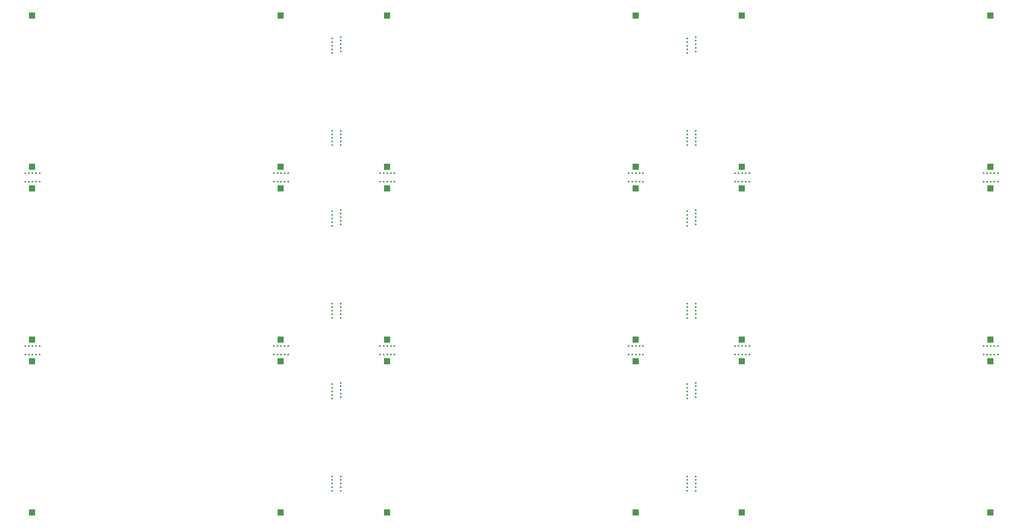
<source format=gts>
G04 #@! TF.GenerationSoftware,KiCad,Pcbnew,7.0.1-3b83917a11~171~ubuntu20.04.1*
G04 #@! TF.CreationDate,2023-10-27T13:38:02+02:00*
G04 #@! TF.ProjectId,panel_top,70616e65-6c5f-4746-9f70-2e6b69636164,rev?*
G04 #@! TF.SameCoordinates,PX1ab3f0PY1312d00*
G04 #@! TF.FileFunction,Soldermask,Top*
G04 #@! TF.FilePolarity,Negative*
%FSLAX46Y46*%
G04 Gerber Fmt 4.6, Leading zero omitted, Abs format (unit mm)*
G04 Created by KiCad (PCBNEW 7.0.1-3b83917a11~171~ubuntu20.04.1) date 2023-10-27 13:38:02*
%MOMM*%
%LPD*%
G01*
G04 APERTURE LIST*
%ADD10C,0.500000*%
%ADD11R,1.700000X1.700000*%
G04 APERTURE END LIST*
D10*
X194800000Y-37000000D03*
X113600000Y-93800000D03*
X14100000Y-93800000D03*
X197199999Y-131999999D03*
X179600000Y-45800000D03*
X96300000Y-107400000D03*
X277100000Y-45800000D03*
X98699999Y-129999999D03*
X279100000Y-45800000D03*
X11100000Y-96200000D03*
X98700000Y-58000000D03*
X194800000Y-107400000D03*
X194800000Y-12400000D03*
X178600000Y-96200000D03*
X194800000Y-132000000D03*
X194800000Y-8400000D03*
X110600000Y-45800000D03*
X98699999Y-37999999D03*
X96300000Y-130000000D03*
X82100000Y-48200000D03*
X96300000Y-57400000D03*
X98699999Y-36999999D03*
X15100000Y-48200000D03*
X12100000Y-93800000D03*
X197200000Y-60000000D03*
X96300000Y-83000000D03*
X197200000Y-59000000D03*
X110600000Y-93800000D03*
X96300000Y-108400000D03*
X98700000Y-56000000D03*
X80100000Y-93800000D03*
X98700000Y-105000000D03*
X194800000Y-82000000D03*
X82100000Y-45800000D03*
X13100000Y-96200000D03*
X83100000Y-93800000D03*
X212100000Y-93800000D03*
X84100000Y-48200000D03*
X84100000Y-45800000D03*
X113600000Y-48200000D03*
X194800000Y-56400000D03*
X96300000Y-85000000D03*
X96300000Y-36000000D03*
X96300000Y-37000000D03*
X113600000Y-45800000D03*
X83100000Y-48200000D03*
X96300000Y-105400000D03*
X96300000Y-38000000D03*
X197199999Y-37999999D03*
X182600000Y-96200000D03*
X96300000Y-12400000D03*
X182600000Y-48200000D03*
X212100000Y-48200000D03*
X80100000Y-96200000D03*
X194800000Y-10400000D03*
X210100000Y-93800000D03*
X182600000Y-93800000D03*
X96300000Y-58400000D03*
X197199999Y-132999999D03*
X13100000Y-45800000D03*
X194800000Y-108400000D03*
X197199999Y-33999999D03*
X81100000Y-48200000D03*
X277100000Y-93800000D03*
X197199999Y-34999999D03*
X280100000Y-45800000D03*
X181600000Y-45800000D03*
X211100000Y-93800000D03*
D11*
X82000000Y-2000000D03*
X180500000Y-2000000D03*
X279000000Y-2000000D03*
X82000000Y-50000000D03*
X180500000Y-50000000D03*
X279000000Y-50000000D03*
X82000000Y-98000000D03*
X180500000Y-98000000D03*
X279000000Y-98000000D03*
D10*
X98699999Y-83999999D03*
X211100000Y-48200000D03*
X197200000Y-10000000D03*
X98699999Y-35999999D03*
X12100000Y-48200000D03*
X212100000Y-45800000D03*
D11*
X13000000Y-44000000D03*
X111500000Y-44000000D03*
X210000000Y-44000000D03*
X13000000Y-92000000D03*
X111500000Y-92000000D03*
X210000000Y-92000000D03*
X13000000Y-140000000D03*
X111500000Y-140000000D03*
X210000000Y-140000000D03*
D10*
X11100000Y-93800000D03*
X112600000Y-96200000D03*
X98700000Y-8000000D03*
X194800000Y-131000000D03*
X98700000Y-9000000D03*
X209100000Y-96200000D03*
X194800000Y-35000000D03*
X194800000Y-106400000D03*
X197200000Y-57000000D03*
X181600000Y-93800000D03*
X98700000Y-10000000D03*
X96300000Y-8400000D03*
X98699999Y-133999999D03*
X13100000Y-48200000D03*
X194800000Y-38000000D03*
X111600000Y-93800000D03*
X194800000Y-134000000D03*
X96300000Y-60400000D03*
X98700000Y-60000000D03*
X112600000Y-48200000D03*
X197200000Y-9000000D03*
X98700000Y-108000000D03*
X194800000Y-84000000D03*
X194800000Y-57400000D03*
X279100000Y-93800000D03*
X197199999Y-36999999D03*
X194800000Y-36000000D03*
X197200000Y-58000000D03*
X96300000Y-104400000D03*
X98700000Y-107000000D03*
X96300000Y-131000000D03*
X194800000Y-130000000D03*
X197200000Y-12000000D03*
X197199999Y-83999999D03*
X96300000Y-134000000D03*
D11*
X13000000Y-2000000D03*
X111500000Y-2000000D03*
X210000000Y-2000000D03*
X13000000Y-50000000D03*
X111500000Y-50000000D03*
X210000000Y-50000000D03*
X13000000Y-98000000D03*
X111500000Y-98000000D03*
X210000000Y-98000000D03*
D10*
X179600000Y-48200000D03*
X194800000Y-104400000D03*
X281100000Y-93800000D03*
X197200000Y-105000000D03*
X197200000Y-107000000D03*
X14100000Y-45800000D03*
X98699999Y-82999999D03*
X194800000Y-83000000D03*
X180600000Y-93800000D03*
X180600000Y-45800000D03*
X280100000Y-93800000D03*
X96300000Y-133000000D03*
X96300000Y-10400000D03*
X277100000Y-96200000D03*
X210100000Y-45800000D03*
X209100000Y-93800000D03*
X211100000Y-45800000D03*
X197199999Y-81999999D03*
X13100000Y-93800000D03*
X96300000Y-9400000D03*
X81100000Y-93800000D03*
X208100000Y-93800000D03*
X280100000Y-48200000D03*
X11100000Y-48200000D03*
X179600000Y-93800000D03*
X197200000Y-108000000D03*
X279100000Y-48200000D03*
D11*
X180500000Y-140000000D03*
X279000000Y-140000000D03*
X82000000Y-44000000D03*
X180500000Y-44000000D03*
X279000000Y-44000000D03*
X82000000Y-92000000D03*
X180500000Y-92000000D03*
X279000000Y-92000000D03*
X82000000Y-140000000D03*
D10*
X109600000Y-45800000D03*
X208100000Y-96200000D03*
X98699999Y-33999999D03*
X209100000Y-45800000D03*
X98700000Y-57000000D03*
X209100000Y-48200000D03*
X194800000Y-34000000D03*
X111600000Y-48200000D03*
X278100000Y-45800000D03*
X96300000Y-84000000D03*
X181600000Y-96200000D03*
X194800000Y-85000000D03*
X11100000Y-45800000D03*
X278100000Y-48200000D03*
X180600000Y-48200000D03*
X197200000Y-106000000D03*
X98700000Y-11000000D03*
X98699999Y-132999999D03*
X81100000Y-45800000D03*
X197200000Y-104000000D03*
X82100000Y-93800000D03*
X15100000Y-45800000D03*
X15100000Y-96200000D03*
X194800000Y-11400000D03*
X96300000Y-106400000D03*
X96300000Y-11400000D03*
X98700000Y-12000000D03*
X212100000Y-96200000D03*
X197199999Y-130999999D03*
X96300000Y-86000000D03*
X96300000Y-56400000D03*
X210100000Y-48200000D03*
X208100000Y-48200000D03*
X194800000Y-58400000D03*
X197199999Y-84999999D03*
X83100000Y-96200000D03*
X211100000Y-96200000D03*
X194800000Y-133000000D03*
X109600000Y-93800000D03*
X15100000Y-93800000D03*
X194800000Y-105400000D03*
X281100000Y-96200000D03*
X197199999Y-129999999D03*
X96300000Y-34000000D03*
X98699999Y-130999999D03*
X178600000Y-45800000D03*
X98699999Y-85999999D03*
X98700000Y-59000000D03*
X109600000Y-48200000D03*
X197200000Y-8000000D03*
X111600000Y-45800000D03*
X197199999Y-133999999D03*
X14100000Y-96200000D03*
X180600000Y-96200000D03*
X197199999Y-82999999D03*
X278100000Y-96200000D03*
X278100000Y-93800000D03*
X96300000Y-35000000D03*
X110600000Y-96200000D03*
X197200000Y-11000000D03*
X14100000Y-48200000D03*
X98699999Y-131999999D03*
X98699999Y-81999999D03*
X98699999Y-34999999D03*
X12100000Y-96200000D03*
X96300000Y-82000000D03*
X194800000Y-60400000D03*
X98700000Y-106000000D03*
X194800000Y-9400000D03*
X12100000Y-45800000D03*
X84100000Y-93800000D03*
X281100000Y-45800000D03*
X279100000Y-96200000D03*
X178600000Y-93800000D03*
X194800000Y-86000000D03*
X113600000Y-96200000D03*
X277100000Y-48200000D03*
X83100000Y-45800000D03*
X98700000Y-104000000D03*
X111600000Y-96200000D03*
X194800000Y-59400000D03*
X84100000Y-96200000D03*
X179600000Y-96200000D03*
X96300000Y-132000000D03*
X197199999Y-85999999D03*
X98699999Y-84999999D03*
X181600000Y-48200000D03*
X96300000Y-59400000D03*
X208100000Y-45800000D03*
X197200000Y-56000000D03*
X80100000Y-48200000D03*
X112600000Y-45800000D03*
X110600000Y-48200000D03*
X210100000Y-96200000D03*
X112600000Y-93800000D03*
X281100000Y-48200000D03*
X81100000Y-96200000D03*
X109600000Y-96200000D03*
X280100000Y-96200000D03*
X82100000Y-96200000D03*
X80100000Y-45800000D03*
X182600000Y-45800000D03*
X178600000Y-48200000D03*
X197199999Y-35999999D03*
M02*

</source>
